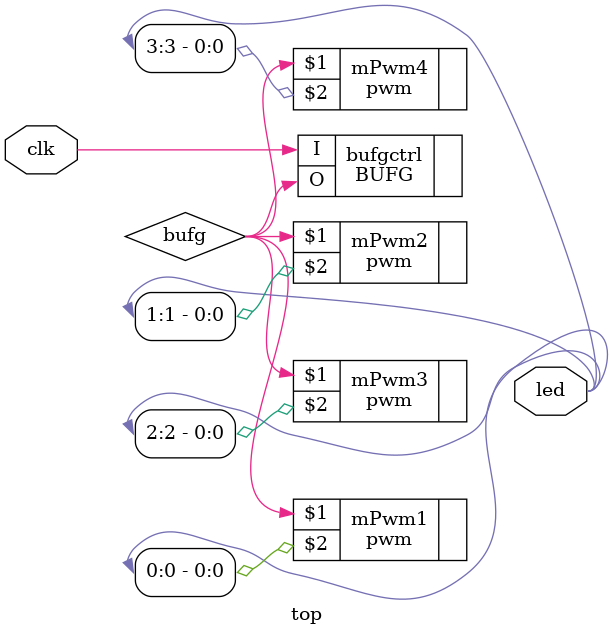
<source format=v>
module top (
    input clk,
    output [3:0] led
);

    wire bufg;
    BUFG bufgctrl (
        .I(clk),
        .O(bufg)
    );

    pwm #(10,100) mPwm1(bufg, led[0]);
    pwm #(30,100) mPwm2(bufg, led[1]);
    pwm #(60,100) mPwm3(bufg, led[2]);
    pwm #(90,100) mPwm4(bufg, led[3]);
endmodule

</source>
